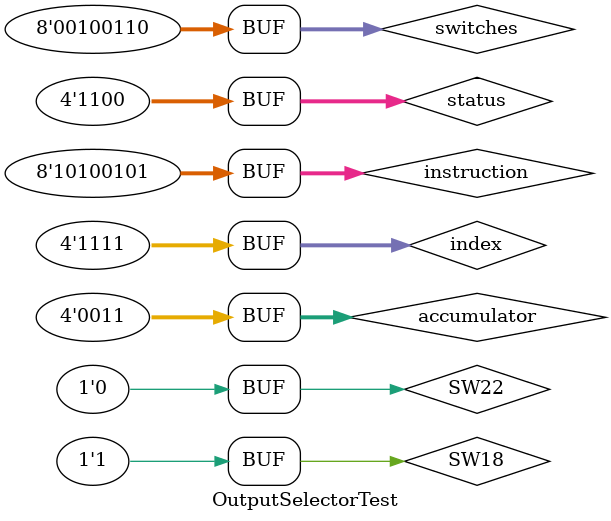
<source format=v>
`timescale 1ns / 1ps


module OutputSelectorTest;

	// Inputs
	reg SW18;
	reg SW22;
	reg [7:0] switches;
	reg [7:0] instruction;
	reg [3:0] index;
	reg [3:0] accumulator;
	reg [3:0] status;

	// Outputs
	wire [3:0] OUT1;
	wire [3:0] OUT2;

	// Instantiate the Unit Under Test (UUT)
	OutputSelector uut (
		.SW18(SW18), 
		.SW22(SW22), 
		.switches(switches), 
		.instruction(instruction), 
		.index(index), 
		.accumulator(accumulator), 
		.status(status), 
		.OUT1(OUT1), 
		.OUT2(OUT2)
	);

	initial begin
		// Initialize Inputs
		instruction = 8'b10100101;
		switches = 8'b00100110;
		index = 4'b1111;
		accumulator = 4'b0011;
		status = 4'b1100;

		// Wait 100 ns for global reset to finish
		SW18 = 0;
		SW22 = 0;
		#100;
		SW22 = 1;
		#100;
		SW18 = 1;
		SW22 = 1;
		#100;
		SW18 = 1;
		SW22 = 0;
		#100;
	end
      
endmodule


</source>
